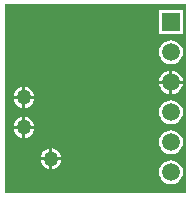
<source format=gbl>
G04 Layer_Physical_Order=2*
G04 Layer_Color=16711680*
%FSLAX25Y25*%
%MOIN*%
G70*
G01*
G75*
%ADD12R,0.05906X0.05906*%
%ADD13C,0.05906*%
%ADD14C,0.05000*%
G36*
X62971Y2529D02*
X2529D01*
Y65471D01*
X62971D01*
Y2529D01*
D02*
G37*
%LPC*%
G36*
X8500Y24000D02*
X5536D01*
X5590Y23586D01*
X5943Y22735D01*
X6504Y22004D01*
X7235Y21443D01*
X8086Y21090D01*
X8500Y21036D01*
Y24000D01*
D02*
G37*
G36*
X58000Y23487D02*
X56968Y23351D01*
X56007Y22953D01*
X55181Y22319D01*
X54547Y21493D01*
X54149Y20532D01*
X54013Y19500D01*
X54149Y18468D01*
X54547Y17507D01*
X55181Y16681D01*
X56007Y16047D01*
X56968Y15649D01*
X58000Y15513D01*
X59032Y15649D01*
X59993Y16047D01*
X60819Y16681D01*
X61453Y17507D01*
X61851Y18468D01*
X61987Y19500D01*
X61851Y20532D01*
X61453Y21493D01*
X60819Y22319D01*
X59993Y22953D01*
X59032Y23351D01*
X58000Y23487D01*
D02*
G37*
G36*
X12464Y24000D02*
X9500D01*
Y21036D01*
X9914Y21090D01*
X10765Y21443D01*
X11496Y22004D01*
X12057Y22735D01*
X12410Y23586D01*
X12464Y24000D01*
D02*
G37*
G36*
X9500Y27964D02*
Y25000D01*
X12464D01*
X12410Y25414D01*
X12057Y26265D01*
X11496Y26996D01*
X10765Y27557D01*
X9914Y27910D01*
X9500Y27964D01*
D02*
G37*
G36*
X8500D02*
X8086Y27910D01*
X7235Y27557D01*
X6504Y26996D01*
X5943Y26265D01*
X5590Y25414D01*
X5536Y25000D01*
X8500D01*
Y27964D01*
D02*
G37*
G36*
X17500Y13500D02*
X14536D01*
X14590Y13086D01*
X14943Y12235D01*
X15504Y11504D01*
X16235Y10943D01*
X17086Y10590D01*
X17500Y10536D01*
Y13500D01*
D02*
G37*
G36*
X58000Y13487D02*
X56968Y13351D01*
X56007Y12953D01*
X55181Y12319D01*
X54547Y11493D01*
X54149Y10532D01*
X54013Y9500D01*
X54149Y8468D01*
X54547Y7507D01*
X55181Y6681D01*
X56007Y6047D01*
X56968Y5649D01*
X58000Y5513D01*
X59032Y5649D01*
X59993Y6047D01*
X60819Y6681D01*
X61453Y7507D01*
X61851Y8468D01*
X61987Y9500D01*
X61851Y10532D01*
X61453Y11493D01*
X60819Y12319D01*
X59993Y12953D01*
X59032Y13351D01*
X58000Y13487D01*
D02*
G37*
G36*
X21464Y13500D02*
X18500D01*
Y10536D01*
X18914Y10590D01*
X19765Y10943D01*
X20496Y11504D01*
X21057Y12235D01*
X21410Y13086D01*
X21464Y13500D01*
D02*
G37*
G36*
X18500Y17464D02*
Y14500D01*
X21464D01*
X21410Y14914D01*
X21057Y15765D01*
X20496Y16496D01*
X19765Y17057D01*
X18914Y17410D01*
X18500Y17464D01*
D02*
G37*
G36*
X17500D02*
X17086Y17410D01*
X16235Y17057D01*
X15504Y16496D01*
X14943Y15765D01*
X14590Y14914D01*
X14536Y14500D01*
X17500D01*
Y17464D01*
D02*
G37*
G36*
X57500Y43421D02*
X56968Y43351D01*
X56007Y42953D01*
X55181Y42319D01*
X54547Y41493D01*
X54149Y40532D01*
X54079Y40000D01*
X57500D01*
Y43421D01*
D02*
G37*
G36*
X61921Y39000D02*
X58500D01*
Y35579D01*
X59032Y35649D01*
X59993Y36047D01*
X60819Y36681D01*
X61453Y37507D01*
X61851Y38468D01*
X61921Y39000D01*
D02*
G37*
G36*
X58500Y43421D02*
Y40000D01*
X61921D01*
X61851Y40532D01*
X61453Y41493D01*
X60819Y42319D01*
X59993Y42953D01*
X59032Y43351D01*
X58500Y43421D01*
D02*
G37*
G36*
X61953Y63453D02*
X54047D01*
Y55547D01*
X61953D01*
Y63453D01*
D02*
G37*
G36*
X58000Y53487D02*
X56968Y53351D01*
X56007Y52953D01*
X55181Y52319D01*
X54547Y51493D01*
X54149Y50532D01*
X54013Y49500D01*
X54149Y48468D01*
X54547Y47507D01*
X55181Y46681D01*
X56007Y46047D01*
X56968Y45649D01*
X58000Y45513D01*
X59032Y45649D01*
X59993Y46047D01*
X60819Y46681D01*
X61453Y47507D01*
X61851Y48468D01*
X61987Y49500D01*
X61851Y50532D01*
X61453Y51493D01*
X60819Y52319D01*
X59993Y52953D01*
X59032Y53351D01*
X58000Y53487D01*
D02*
G37*
G36*
X57500Y39000D02*
X54079D01*
X54149Y38468D01*
X54547Y37507D01*
X55181Y36681D01*
X56007Y36047D01*
X56968Y35649D01*
X57500Y35579D01*
Y39000D01*
D02*
G37*
G36*
X8500Y34000D02*
X5536D01*
X5590Y33586D01*
X5943Y32735D01*
X6504Y32004D01*
X7235Y31443D01*
X8086Y31090D01*
X8500Y31036D01*
Y34000D01*
D02*
G37*
G36*
X58000Y33487D02*
X56968Y33351D01*
X56007Y32953D01*
X55181Y32319D01*
X54547Y31493D01*
X54149Y30532D01*
X54013Y29500D01*
X54149Y28468D01*
X54547Y27507D01*
X55181Y26681D01*
X56007Y26047D01*
X56968Y25649D01*
X58000Y25513D01*
X59032Y25649D01*
X59993Y26047D01*
X60819Y26681D01*
X61453Y27507D01*
X61851Y28468D01*
X61987Y29500D01*
X61851Y30532D01*
X61453Y31493D01*
X60819Y32319D01*
X59993Y32953D01*
X59032Y33351D01*
X58000Y33487D01*
D02*
G37*
G36*
X12464Y34000D02*
X9500D01*
Y31036D01*
X9914Y31090D01*
X10765Y31443D01*
X11496Y32004D01*
X12057Y32735D01*
X12410Y33586D01*
X12464Y34000D01*
D02*
G37*
G36*
X9500Y37964D02*
Y35000D01*
X12464D01*
X12410Y35414D01*
X12057Y36265D01*
X11496Y36996D01*
X10765Y37557D01*
X9914Y37910D01*
X9500Y37964D01*
D02*
G37*
G36*
X8500D02*
X8086Y37910D01*
X7235Y37557D01*
X6504Y36996D01*
X5943Y36265D01*
X5590Y35414D01*
X5536Y35000D01*
X8500D01*
Y37964D01*
D02*
G37*
%LPD*%
D12*
X58000Y59500D02*
D03*
D13*
Y49500D02*
D03*
Y39500D02*
D03*
Y29500D02*
D03*
Y19500D02*
D03*
Y9500D02*
D03*
D14*
X47000Y31500D02*
D03*
X18000Y14000D02*
D03*
X9000Y24500D02*
D03*
Y34500D02*
D03*
M02*

</source>
